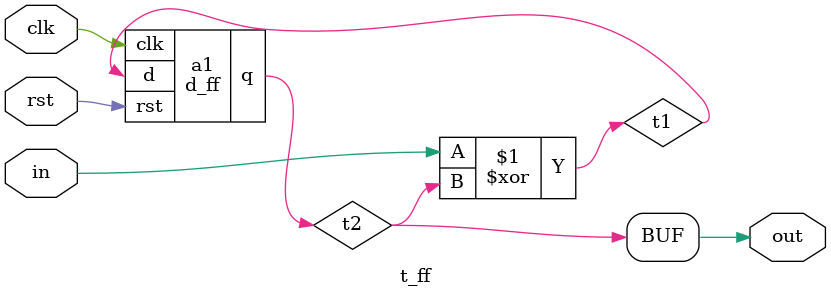
<source format=v>
module d_ff(input d,clk,rst,output reg q);
always @(posedge clk or negedge rst)
if(~rst)
q<=0;
else
q<=d;
endmodule

module t_ff( input in,clk,rst,
             output out  );
    wire t1,t2;
    d_ff a1(t1,clk,rst, t2);
    xor a2(t1,in,t2);
    
    assign out=t2;
            
endmodule


</source>
